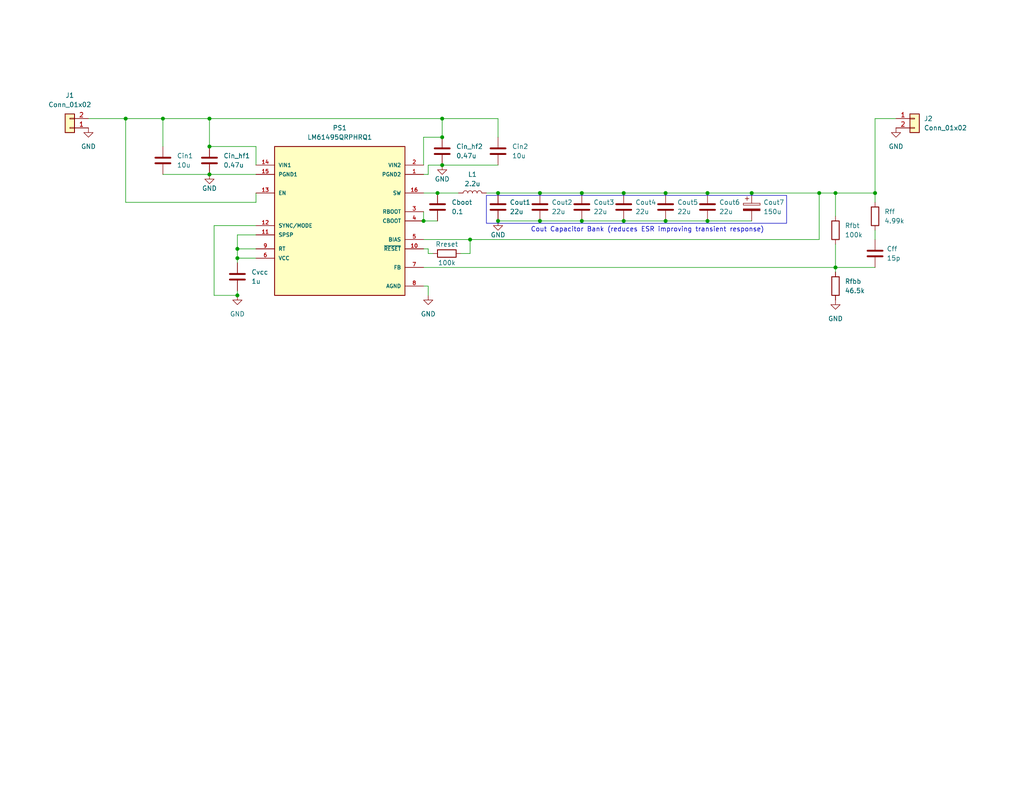
<source format=kicad_sch>
(kicad_sch (version 20230121) (generator eeschema)
  (paper "A")
  (lib_symbols
    (symbol "Connector_Generic:Conn_01x02" (pin_names (offset 1.016) hide)
      (property "Reference" "J" (at 0 2.54 0))
      (property "Value" "Conn_01x02" (at 0 -5.08 0))
      (symbol "Conn_01x02_1_1"
        (rectangle (start -1.27 -2.413) (end 0 -2.667) (stroke (width 0.1524)))
        (rectangle (start -1.27 0.127) (end 0 -0.127) (stroke (width 0.1524)))
        (rectangle (start -1.27 1.27) (end 1.27 -3.81) (stroke (width 0.254)) (fill (type background)))
        (pin passive line (at -5.08 0 0) (length 3.81) (name "Pin_1") (number "1"))
        (pin passive line (at -5.08 -2.54 0) (length 3.81) (name "Pin_2") (number "2"))
      )
    )
    (symbol "Device:C" (pin_numbers hide) (pin_names (offset 0.254))
      (property "Reference" "C" (at 0.635 2.54 0))
      (property "Value" "C" (at 0.635 -2.54 0))
      (symbol "C_0_1"
        (polyline (pts (xy -2.032 -0.762) (xy 2.032 -0.762)) (stroke (width 0.508)))
        (polyline (pts (xy -2.032 0.762) (xy 2.032 0.762)) (stroke (width 0.508)))
      )
      (symbol "C_1_1"
        (pin passive line (at 0 3.81 270) (length 2.794) (name "~") (number "1"))
        (pin passive line (at 0 -3.81 90) (length 2.794) (name "~") (number "2"))
      )
    )
    (symbol "Device:C_Polarized" (pin_numbers hide) (pin_names (offset 0.254))
      (property "Reference" "C" (at 0.635 2.54 0))
      (property "Value" "C_Polarized" (at 0.635 -2.54 0))
      (symbol "C_Polarized_0_1"
        (rectangle (start -2.286 0.508) (end 2.286 1.016))
        (polyline (pts (xy -1.778 2.286) (xy -0.762 2.286)))
        (polyline (pts (xy -1.27 2.794) (xy -1.27 1.778)))
        (rectangle (start 2.286 -0.508) (end -2.286 -1.016) (fill (type outline)))
      )
      (symbol "C_Polarized_1_1"
        (pin passive line (at 0 3.81 270) (length 2.794) (name "~") (number "1"))
        (pin passive line (at 0 -3.81 90) (length 2.794) (name "~") (number "2"))
      )
    )
    (symbol "Device:L" (pin_numbers hide) (pin_names (offset 1.016) hide)
      (property "Reference" "L" (at -1.27 0 90))
      (property "Value" "L" (at 1.905 0 90))
      (symbol "L_0_1"
        (arc (start 0 -2.54) (mid 0.6323 -1.905) (end 0 -1.27))
        (arc (start 0 -1.27) (mid 0.6323 -0.635) (end 0 0))
        (arc (start 0 0) (mid 0.6323 0.635) (end 0 1.27))
        (arc (start 0 1.27) (mid 0.6323 1.905) (end 0 2.54))
      )
      (symbol "L_1_1"
        (pin passive line (at 0 3.81 270) (length 1.27) (name "1") (number "1"))
        (pin passive line (at 0 -3.81 90) (length 1.27) (name "2") (number "2"))
      )
    )
    (symbol "Device:R" (pin_numbers hide) (pin_names (offset 0))
      (property "Reference" "R" (at 2.032 0 90))
      (property "Value" "R" (at 0 0 90))
      (symbol "R_0_1"
        (rectangle (start -1.016 -2.54) (end 1.016 2.54) (stroke (width 0.254)))
      )
      (symbol "R_1_1"
        (pin passive line (at 0 3.81 270) (length 1.27) (name "~") (number "1"))
        (pin passive line (at 0 -3.81 90) (length 1.27) (name "~") (number "2"))
      )
    )
    (symbol "LM61495QRPHRQ1:LM61495QRPHRQ1" (pin_names (offset 1.016))
      (property "Reference" "PS1" (at 0 25.4 0))
      (property "Value" "LM61495QRPHRQ1" (at 0 22.86 0))
      (symbol "LM61495QRPHRQ1_0_0"
        (rectangle (start -17.78 20.32) (end 17.78 -20.32) (stroke (width 0.254)) (fill (type background)))
        (pin power_in line (at 22.86 12.7 180) (length 5.08) (name "PGND2") (number "1"))
        (pin output line (at 22.86 -7.62 180) (length 5.08) (name "~{RESET}") (number "10"))
        (pin input line (at -22.86 -3.81 0) (length 5.08) (name "SPSP") (number "11"))
        (pin input line (at -22.86 -1.27 0) (length 5.08) (name "SYNC/MODE") (number "12"))
        (pin input line (at -22.86 7.62 0) (length 5.08) (name "EN") (number "13"))
        (pin power_in line (at -22.86 15.24 0) (length 5.08) (name "VIN1") (number "14"))
        (pin power_in line (at -22.86 12.7 0) (length 5.08) (name "PGND1") (number "15"))
        (pin passive line (at 22.86 7.62 180) (length 5.08) (name "SW") (number "16"))
        (pin power_in line (at 22.86 15.24 180) (length 5.08) (name "VIN2") (number "2"))
        (pin passive line (at 22.86 2.54 180) (length 5.08) (name "RBOOT") (number "3"))
        (pin passive line (at 22.86 0 180) (length 5.08) (name "CBOOT") (number "4"))
        (pin passive line (at 22.86 -5.08 180) (length 5.08) (name "BIAS") (number "5"))
        (pin power_in line (at -22.86 -10.16 0) (length 5.08) (name "VCC") (number "6"))
        (pin input line (at 22.86 -12.7 180) (length 5.08) (name "FB") (number "7"))
        (pin power_in line (at 22.86 -17.78 180) (length 5.08) (name "AGND") (number "8"))
        (pin bidirectional line (at -22.86 -7.62 0) (length 5.08) (name "RT") (number "9"))
      )
    )
    (symbol "power:GND" (power) (pin_names (offset 0))
      (property "Value" "GND" (at 0 -3.81 0))
      (symbol "GND_0_1"
        (polyline (pts (xy 0 0) (xy 0 -1.27) (xy 1.27 -1.27) (xy 0 -2.54) (xy -1.27 -1.27) (xy 0 -1.27)))
      )
      (symbol "GND_1_1"
        (pin power_in line (at 0 0 270) (length 0) hide (name "GND") (number "1"))
      )
    )
  )
  (junction (at 34.29 32.385))
  (junction (at 147.32 60.325))
  (junction (at 205.105 52.705))
  (junction (at 158.75 52.705))
  (junction (at 223.52 52.705))
  (junction (at 193.04 60.325))
  (junction (at 57.15 32.385))
  (junction (at 64.77 67.945))
  (junction (at 120.65 32.385))
  (junction (at 115.57 60.325))
  (junction (at 181.61 60.325))
  (junction (at 119.38 52.705))
  (junction (at 57.15 47.625))
  (junction (at 44.45 32.385))
  (junction (at 57.15 40.005))
  (junction (at 227.965 73.025))
  (junction (at 158.75 60.325))
  (junction (at 64.77 80.645))
  (junction (at 181.61 52.705))
  (junction (at 170.18 52.705))
  (junction (at 238.76 52.705))
  (junction (at 64.77 70.485))
  (junction (at 120.65 45.085))
  (junction (at 193.04 52.705))
  (junction (at 135.89 60.325))
  (junction (at 227.965 52.705))
  (junction (at 170.18 60.325))
  (junction (at 135.89 52.705))
  (junction (at 120.65 37.465))
  (junction (at 128.27 65.405))
  (junction (at 147.32 52.705))
  (wire (pts (xy 64.77 70.485) (xy 64.77 71.755)))
  (wire (pts (xy 119.38 52.705) (xy 125.095 52.705)))
  (wire (pts (xy 34.29 32.385) (xy 34.29 55.245)))
  (wire (pts (xy 64.77 64.135) (xy 64.77 67.945)))
  (wire (pts (xy 64.77 70.485) (xy 69.85 70.485)))
  (wire (pts (xy 116.84 69.215) (xy 116.84 67.945)))
  (wire (pts (xy 69.85 45.085) (xy 69.85 40.005)))
  (wire (pts (xy 193.04 52.705) (xy 205.105 52.705)))
  (wire (pts (xy 116.84 45.085) (xy 116.84 47.625)))
  (wire (pts (xy 58.42 80.645) (xy 64.77 80.645)))
  (wire (pts (xy 115.57 57.785) (xy 115.57 60.325)))
  (wire (pts (xy 205.105 52.705) (xy 223.52 52.705)))
  (wire (pts (xy 58.42 61.595) (xy 58.42 80.645)))
  (wire (pts (xy 181.61 52.705) (xy 193.04 52.705)))
  (wire (pts (xy 116.84 45.085) (xy 120.65 45.085)))
  (wire (pts (xy 238.76 52.705) (xy 238.76 32.385)))
  (wire (pts (xy 158.75 52.705) (xy 170.18 52.705)))
  (wire (pts (xy 181.61 60.325) (xy 193.04 60.325)))
  (wire (pts (xy 116.84 80.645) (xy 116.84 78.105)))
  (wire (pts (xy 120.65 32.385) (xy 120.65 37.465)))
  (wire (pts (xy 44.45 47.625) (xy 57.15 47.625)))
  (wire (pts (xy 64.77 67.945) (xy 64.77 70.485)))
  (wire (pts (xy 238.76 52.705) (xy 227.965 52.705)))
  (wire (pts (xy 135.89 60.325) (xy 147.32 60.325)))
  (wire (pts (xy 238.76 62.865) (xy 238.76 65.405)))
  (wire (pts (xy 64.77 67.945) (xy 69.85 67.945)))
  (wire (pts (xy 227.965 66.675) (xy 227.965 73.025)))
  (wire (pts (xy 128.27 65.405) (xy 223.52 65.405)))
  (wire (pts (xy 227.965 74.295) (xy 227.965 73.025)))
  (wire (pts (xy 116.84 69.215) (xy 118.11 69.215)))
  (wire (pts (xy 135.89 32.385) (xy 135.89 37.465)))
  (wire (pts (xy 125.73 69.215) (xy 128.27 69.215)))
  (wire (pts (xy 57.15 47.625) (xy 69.85 47.625)))
  (wire (pts (xy 115.57 45.085) (xy 115.57 37.465)))
  (wire (pts (xy 238.76 32.385) (xy 244.475 32.385)))
  (wire (pts (xy 135.89 52.705) (xy 147.32 52.705)))
  (wire (pts (xy 116.84 67.945) (xy 115.57 67.945)))
  (wire (pts (xy 170.18 52.705) (xy 181.61 52.705)))
  (wire (pts (xy 119.38 60.325) (xy 115.57 60.325)))
  (wire (pts (xy 120.65 32.385) (xy 135.89 32.385)))
  (wire (pts (xy 57.15 32.385) (xy 57.15 40.005)))
  (wire (pts (xy 69.85 55.245) (xy 34.29 55.245)))
  (wire (pts (xy 147.32 52.705) (xy 158.75 52.705)))
  (wire (pts (xy 227.965 52.705) (xy 223.52 52.705)))
  (wire (pts (xy 128.27 65.405) (xy 128.27 69.215)))
  (wire (pts (xy 227.965 59.055) (xy 227.965 52.705)))
  (wire (pts (xy 238.76 55.245) (xy 238.76 52.705)))
  (wire (pts (xy 193.04 60.325) (xy 205.105 60.325)))
  (wire (pts (xy 238.76 73.025) (xy 227.965 73.025)))
  (wire (pts (xy 69.85 61.595) (xy 58.42 61.595)))
  (wire (pts (xy 135.89 52.705) (xy 132.715 52.705)))
  (wire (pts (xy 69.85 40.005) (xy 57.15 40.005)))
  (wire (pts (xy 44.45 32.385) (xy 44.45 40.005)))
  (wire (pts (xy 64.77 80.645) (xy 64.77 79.375)))
  (wire (pts (xy 116.84 47.625) (xy 115.57 47.625)))
  (wire (pts (xy 170.18 60.325) (xy 181.61 60.325)))
  (wire (pts (xy 115.57 73.025) (xy 227.965 73.025)))
  (wire (pts (xy 115.57 65.405) (xy 128.27 65.405)))
  (wire (pts (xy 69.85 52.705) (xy 69.85 55.245)))
  (wire (pts (xy 34.29 32.385) (xy 44.45 32.385)))
  (wire (pts (xy 115.57 52.705) (xy 119.38 52.705)))
  (wire (pts (xy 147.32 60.325) (xy 158.75 60.325)))
  (wire (pts (xy 44.45 32.385) (xy 57.15 32.385)))
  (wire (pts (xy 120.65 45.085) (xy 135.89 45.085)))
  (wire (pts (xy 24.13 32.385) (xy 34.29 32.385)))
  (wire (pts (xy 115.57 37.465) (xy 120.65 37.465)))
  (wire (pts (xy 69.85 64.135) (xy 64.77 64.135)))
  (wire (pts (xy 57.15 32.385) (xy 120.65 32.385)))
  (wire (pts (xy 223.52 65.405) (xy 223.52 52.705)))
  (wire (pts (xy 158.75 60.325) (xy 170.18 60.325)))
  (wire (pts (xy 116.84 78.105) (xy 115.57 78.105)))
  (rectangle (start 132.715 53.34) (end 214.63 60.96))
  (text "Cout Capacitor Bank (reduces ESR improving transient response)" (at 144.78 63.5 0) (effects (font (size 1.27 1.27)) (justify left bottom)))
  (symbol (lib_id "power:GND") (at 244.475 34.925 0) (unit 1)
    (property "Reference" "#PWR08" (effects hide))
    (property "Value" "GND" (at 244.475 40.005 0))
  )
  (symbol (lib_id "Device:C") (at 158.75 56.515 0) (unit 1)
    (property "Reference" "Cout3" (at 161.925 55.245 0) (effects (justify left)))
    (property "Value" "22u" (at 161.925 57.785 0) (effects (justify left)))
    (property "Footprint" "Capacitor_SMD:C_0805_2012Metric" (effects hide))
    (property "Digikey PN" "CL21A226MQQNNNE" (effects hide))
  )
  (symbol (lib_id "power:GND") (at 120.65 45.085 0) (unit 1)
    (property "Reference" "#PWR03" (effects hide))
    (property "Value" "GND" (at 120.65 48.895 0))
  )
  (symbol (lib_id "power:GND") (at 24.13 34.925 0) (unit 1)
    (property "Reference" "#PWR04" (effects hide))
    (property "Value" "GND" (at 24.13 40.005 0))
  )
  (symbol (lib_id "Device:C") (at 181.61 56.515 0) (unit 1)
    (property "Reference" "Cout5" (at 184.785 55.245 0) (effects (justify left)))
    (property "Value" "22u" (at 184.785 57.785 0) (effects (justify left)))
    (property "Footprint" "Capacitor_SMD:C_0805_2012Metric" (effects hide))
    (property "Digikey PN" "CL21A226MQQNNNE" (effects hide))
  )
  (symbol (lib_id "Device:C") (at 44.45 43.815 0) (unit 1)
    (property "Reference" "Cin1" (at 48.26 42.545 0) (effects (justify left)))
    (property "Value" "10u" (at 48.26 45.085 0) (effects (justify left)))
    (property "Footprint" "Capacitor_SMD:C_1206_3216Metric" (effects hide))
    (property "Digikey PN" "CL31B106KBHNNNE" (effects hide))
  )
  (symbol (lib_id "power:GND") (at 227.965 81.915 0) (unit 1)
    (property "Reference" "#PWR07" (effects hide))
    (property "Value" "GND" (at 227.965 86.995 0))
  )
  (symbol (lib_id "Connector_Generic:Conn_01x02") (at 249.555 32.385 0) (unit 1)
    (property "Reference" "J2" (at 252.095 32.385 0) (effects (justify left)))
    (property "Value" "Conn_01x02" (at 252.095 34.925 0) (effects (justify left)))
    (property "Footprint" "custom_footprints:2-terminal-screw-connector-691137710002" (effects hide))
    (property "Digikey PN" "691137710002" (effects hide))
  )
  (symbol (lib_id "Device:C") (at 135.89 41.275 0) (unit 1)
    (property "Reference" "Cin2" (at 139.7 40.005 0) (effects (justify left)))
    (property "Value" "10u" (at 139.7 42.545 0) (effects (justify left)))
    (property "Footprint" "Capacitor_SMD:C_1206_3216Metric" (effects hide))
    (property "Digikey PN" "CL31B106KBHNNNE" (effects hide))
  )
  (symbol (lib_id "Device:R") (at 238.76 59.055 0) (unit 1)
    (property "Reference" "Rff" (at 241.3 57.785 0) (effects (justify left)))
    (property "Value" "4.99k" (at 241.3 60.325 0) (effects (justify left)))
    (property "Footprint" "Resistor_SMD:R_0805_2012Metric" (effects hide))
    (property "Digikey PN" "ERA-6AEB4991V" (effects hide))
  )
  (symbol (lib_id "power:GND") (at 116.84 80.645 0) (unit 1)
    (property "Reference" "#PWR01" (effects hide))
    (property "Value" "GND" (at 116.84 85.725 0))
  )
  (symbol (lib_id "power:GND") (at 57.15 47.625 0) (unit 1)
    (property "Reference" "#PWR02" (effects hide))
    (property "Value" "GND" (at 57.15 51.435 0))
  )
  (symbol (lib_id "Device:C") (at 238.76 69.215 0) (unit 1)
    (property "Reference" "Cff" (at 241.935 67.945 0) (effects (justify left)))
    (property "Value" "15p" (at 241.935 70.485 0) (effects (justify left)))
    (property "Footprint" "Capacitor_SMD:C_0805_2012Metric" (effects hide))
    (property "Digikey PN" "CC0805JRNPO9BN150" (effects hide))
  )
  (symbol (lib_id "Device:C") (at 120.65 41.275 0) (unit 1)
    (property "Reference" "Cin_hf2" (at 124.46 40.005 0) (effects (justify left)))
    (property "Value" "0.47u" (at 124.46 42.545 0) (effects (justify left)))
    (property "Footprint" "Capacitor_SMD:C_0603_1608Metric" (effects hide))
    (property "Digikey PN" "UMK107B7474KA-TR" (effects hide))
  )
  (symbol (lib_id "Device:R") (at 121.92 69.215 270) (unit 1)
    (property "Reference" "Rreset" (at 121.92 66.675 90))
    (property "Value" "100k" (at 121.92 71.755 90))
    (property "Footprint" "Resistor_SMD:R_0805_2012Metric" (effects hide))
    (property "Digikey PN" "ERA-6AEB104V" (effects hide))
  )
  (symbol (lib_id "Device:C") (at 64.77 75.565 180) (unit 1)
    (property "Reference" "Cvcc" (at 68.58 74.295 0) (effects (justify right)))
    (property "Value" "1u" (at 68.58 76.835 0) (effects (justify right)))
    (property "Footprint" "Capacitor_SMD:C_0805_2012Metric" (effects hide))
    (property "Digikey PN" "CL21B105KAFNNNE" (effects hide))
  )
  (symbol (lib_id "Device:C") (at 170.18 56.515 0) (unit 1)
    (property "Reference" "Cout4" (at 173.355 55.245 0) (effects (justify left)))
    (property "Value" "22u" (at 173.355 57.785 0) (effects (justify left)))
    (property "Footprint" "Capacitor_SMD:C_0805_2012Metric" (effects hide))
    (property "Digikey PN" "CL21A226MQQNNNE" (effects hide))
  )
  (symbol (lib_id "Device:R") (at 227.965 62.865 0) (unit 1)
    (property "Reference" "Rfbt" (at 230.505 61.595 0) (effects (justify left)))
    (property "Value" "100k" (at 230.505 64.135 0) (effects (justify left)))
    (property "Footprint" "Resistor_SMD:R_0805_2012Metric" (effects hide))
    (property "Digikey PN" "ERA-6AEB104V" (effects hide))
  )
  (symbol (lib_id "Device:R") (at 227.965 78.105 0) (unit 1)
    (property "Reference" "Rfbb" (at 230.505 76.835 0) (effects (justify left)))
    (property "Value" "46.5k" (at 230.505 79.375 0) (effects (justify left)))
    (property "Footprint" "Resistor_SMD:R_0805_2012Metric" (effects hide))
    (property "Digikey PN" "ERA-6AEB4642V" (effects hide))
  )
  (symbol (lib_id "Device:C") (at 135.89 56.515 0) (unit 1)
    (property "Reference" "Cout1" (at 139.065 55.245 0) (effects (justify left)))
    (property "Value" "22u" (at 139.065 57.785 0) (effects (justify left)))
    (property "Footprint" "Capacitor_SMD:C_0805_2012Metric" (effects hide))
    (property "Digikey PN" "CL21A226MQQNNNE" (effects hide))
  )
  (symbol (lib_id "Device:C") (at 119.38 56.515 0) (unit 1)
    (property "Reference" "Cboot" (at 123.19 55.245 0) (effects (justify left)))
    (property "Value" "0.1" (at 123.19 57.785 0) (effects (justify left)))
    (property "Footprint" "Capacitor_SMD:C_0805_2012Metric" (effects hide))
    (property "Digikey PN" "CL21B104KACNNNC" (effects hide))
  )
  (symbol (lib_id "Device:L") (at 128.905 52.705 90) (unit 1)
    (property "Reference" "L1" (at 128.905 47.625 90))
    (property "Value" "2.2u" (at 128.905 50.165 90))
    (property "Footprint" "custom_footprints:TMPC 1004H-3R3MG-D" (effects hide))
    (property "Digikey PN" "TMPC 1004H-3R3MG-D" (effects hide))
  )
  (symbol (lib_id "LM61495QRPHRQ1:LM61495QRPHRQ1") (at 92.71 60.325 0) (unit 1)
    (property "Reference" "PS1" (at 92.71 34.925 0))
    (property "Value" "LM61495QRPHRQ1" (at 92.71 37.465 0))
    (property "Footprint" "LM61495QRPHRQ1:CONV_LM61495QRPHRQ1" (effects hide))
    (property "MF" "Texas Instruments" (effects hide))
    (property "MAXIMUM_PACKAGE_HEIGHT" "1 mm" (effects hide))
    (property "Package" "PowerVFQFN-16 Texas Instruments" (effects hide))
    (property "Price" "None" (effects hide))
    (property "Check_prices" "https://www.snapeda.com/parts/LM61495QRPHRQ1/Texas+Instruments/view-part/?ref=eda" (effects hide))
    (property "STANDARD" "Manufacturer Recommendations" (effects hide))
    (property "PARTREV" "08/2018" (effects hide))
    (property "SnapEDA_Link" "https://www.snapeda.com/parts/LM61495QRPHRQ1/Texas+Instruments/view-part/?ref=snap" (effects hide))
    (property "MP" "LM61495QRPHRQ1" (effects hide))
    (property "Purchase-URL" "https://www.snapeda.com/api/url_track_click_mouser/?unipart_id=5822816&manufacturer=Texas Instruments&part_name=LM61495QRPHRQ1&search_term=None" (effects hide))
    (property "Description" "\n10-A automotive buck converter optimized for power density and low EMI\n" (effects hide))
    (property "SNAPEDA_PN" "LM61495QRPHRQ1" (effects hide))
    (property "Availability" "In Stock" (effects hide))
    (property "MANUFACTURER" "Texas Instruments" (effects hide))
    (property "Digikey PN" "LM61495QRPHRQ1" (effects hide))
  )
  (symbol (lib_id "Device:C") (at 147.32 56.515 0) (unit 1)
    (property "Reference" "Cout2" (at 150.495 55.245 0) (effects (justify left)))
    (property "Value" "22u" (at 150.495 57.785 0) (effects (justify left)))
    (property "Footprint" "Capacitor_SMD:C_0805_2012Metric" (effects hide))
    (property "Digikey PN" "CL21A226MQQNNNE" (effects hide))
  )
  (symbol (lib_id "power:GND") (at 135.89 60.325 0) (unit 1)
    (property "Reference" "#PWR06" (effects hide))
    (property "Value" "GND" (at 135.89 64.135 0))
  )
  (symbol (lib_id "Device:C_Polarized") (at 205.105 56.515 0) (unit 1)
    (property "Reference" "Cout7" (at 208.28 55.245 0) (effects (justify left)))
    (property "Value" "150u" (at 208.28 57.785 0) (effects (justify left)))
    (property "Footprint" "Capacitor_THT:CP_Radial_D5.0mm_P2.00mm" (effects hide))
    (property "DigikeyPN" "860020272007" (effects hide))
  )
  (symbol (lib_id "power:GND") (at 64.77 80.645 0) (unit 1)
    (property "Reference" "#PWR05" (effects hide))
    (property "Value" "GND" (at 64.77 85.725 0))
  )
  (symbol (lib_id "Device:C") (at 57.15 43.815 0) (unit 1)
    (property "Reference" "Cin_hf1" (at 60.96 42.545 0) (effects (justify left)))
    (property "Value" "0.47u" (at 60.96 45.085 0) (effects (justify left)))
    (property "Footprint" "Capacitor_SMD:C_0603_1608Metric" (effects hide))
    (property "Digikey PN" "UMK107B7474KA-TR" (effects hide))
  )
  (symbol (lib_id "Connector_Generic:Conn_01x02") (at 19.05 34.925 180) (unit 1)
    (property "Reference" "J1" (at 19.05 26.035 0))
    (property "Value" "Conn_01x02" (at 19.05 28.575 0))
    (property "Footprint" "custom_footprints:2-terminal-screw-connector-691137710002" (effects hide))
    (property "Digikey PN" "691137710002" (effects hide))
  )
  (symbol (lib_id "Device:C") (at 193.04 56.515 0) (unit 1)
    (property "Reference" "Cout6" (at 196.215 55.245 0) (effects (justify left)))
    (property "Value" "22u" (at 196.215 57.785 0) (effects (justify left)))
    (property "Footprint" "Capacitor_SMD:C_0805_2012Metric" (effects hide))
    (property "Digikey PN" "CL21A226MQQNNNE" (effects hide))
  )
)
</source>
